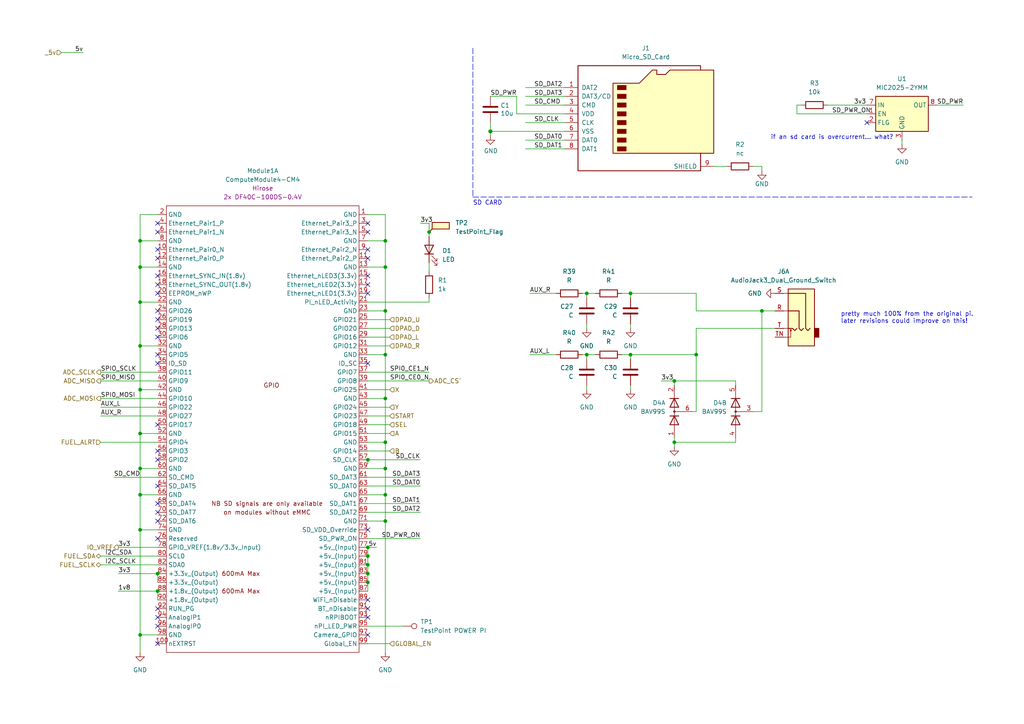
<source format=kicad_sch>
(kicad_sch (version 20211123) (generator eeschema)
  (paper "A4")
  (title_block (date "2022-04-23") (rev "Rev1-Pre") (comment 1 "https://github.com/cinnamondev/gamepithing"))
  (lib_symbols
    (symbol "CM4IO:ComputeModule4-CM4"
      (property "Reference" "Module" (at 113.03 -68.58 0))
      (property "Value" "ComputeModule4-CM4" (at 140.97 2.54 0))
      (property "Field4" "Hirose" (at 0 0 0))
      (property "Field5" "2x DF40C-100DS-0.4V" (at 0 -2.54 0))
      (symbol "ComputeModule4-CM4_1_0"
        (text "GPIO" (at 0 6.35 0) (effects (font (size 1.27 1.27))))
      )
      (symbol "ComputeModule4-CM4_1_1"
        (rectangle (start -30.48 -71.12) (end 25.4 58.42))
        (text "600mA Max" (at -8.89 -53.34 0) (effects (font (size 1.27 1.27))))
        (text "600mA Max" (at -8.89 -48.26 0) (effects (font (size 1.27 1.27))))
        (text "NB SD signals are only available" (at -1.27 -27.94 0) (effects (font (size 1.27 1.27))))
        (text "on modules without eMMC" (at -1.27 -30.48 0) (effects (font (size 1.27 1.27))))
        (pin power_in line (at 27.94 55.88 180) (length 2.54) (name "GND") (number "1"))
        (pin passive line (at -33.02 45.72 0) (length 2.54) (name "Ethernet_Pair0_N") (number "10"))
        (pin output line (at -33.02 -68.58 0) (length 2.54) (name "nEXTRST") (number "100"))
        (pin passive line (at 27.94 43.18 180) (length 2.54) (name "Ethernet_Pair2_P") (number "11"))
        (pin passive line (at -33.02 43.18 0) (length 2.54) (name "Ethernet_Pair0_P") (number "12"))
        (pin power_in line (at 27.94 40.64 180) (length 2.54) (name "GND") (number "13"))
        (pin power_in line (at -33.02 40.64 0) (length 2.54) (name "GND") (number "14"))
        (pin output line (at 27.94 38.1 180) (length 2.54) (name "Ethernet_nLED3(3.3v)") (number "15"))
        (pin input line (at -33.02 38.1 0) (length 2.54) (name "Ethernet_SYNC_IN(1.8v)") (number "16"))
        (pin output line (at 27.94 35.56 180) (length 2.54) (name "Ethernet_nLED2(3.3v)") (number "17"))
        (pin input line (at -33.02 35.56 0) (length 2.54) (name "Ethernet_SYNC_OUT(1.8v)") (number "18"))
        (pin output line (at 27.94 33.02 180) (length 2.54) (name "Ethernet_nLED1(3.3v)") (number "19"))
        (pin power_in line (at -33.02 55.88 0) (length 2.54) (name "GND") (number "2"))
        (pin passive line (at -33.02 33.02 0) (length 2.54) (name "EEPROM_nWP") (number "20"))
        (pin open_collector line (at 27.94 30.48 180) (length 2.54) (name "PI_nLED_Activity") (number "21"))
        (pin power_in line (at -33.02 30.48 0) (length 2.54) (name "GND") (number "22"))
        (pin power_in line (at 27.94 27.94 180) (length 2.54) (name "GND") (number "23"))
        (pin passive line (at -33.02 27.94 0) (length 2.54) (name "GPIO26") (number "24"))
        (pin passive line (at 27.94 25.4 180) (length 2.54) (name "GPIO21") (number "25"))
        (pin passive line (at -33.02 25.4 0) (length 2.54) (name "GPIO19") (number "26"))
        (pin passive line (at 27.94 22.86 180) (length 2.54) (name "GPIO20") (number "27"))
        (pin passive line (at -33.02 22.86 0) (length 2.54) (name "GPIO13") (number "28"))
        (pin passive line (at 27.94 20.32 180) (length 2.54) (name "GPIO16") (number "29"))
        (pin passive line (at 27.94 53.34 180) (length 2.54) (name "Ethernet_Pair3_P") (number "3"))
        (pin passive line (at -33.02 20.32 0) (length 2.54) (name "GPIO6") (number "30"))
        (pin passive line (at 27.94 17.78 180) (length 2.54) (name "GPIO12") (number "31"))
        (pin power_in line (at -33.02 17.78 0) (length 2.54) (name "GND") (number "32"))
        (pin power_in line (at 27.94 15.24 180) (length 2.54) (name "GND") (number "33"))
        (pin passive line (at -33.02 15.24 0) (length 2.54) (name "GPIO5") (number "34"))
        (pin passive line (at 27.94 12.7 180) (length 2.54) (name "ID_SC") (number "35"))
        (pin passive line (at -33.02 12.7 0) (length 2.54) (name "ID_SD") (number "36"))
        (pin passive line (at 27.94 10.16 180) (length 2.54) (name "GPIO7") (number "37"))
        (pin passive line (at -33.02 10.16 0) (length 2.54) (name "GPIO11") (number "38"))
        (pin passive line (at 27.94 7.62 180) (length 2.54) (name "GPIO8") (number "39"))
        (pin passive line (at -33.02 53.34 0) (length 2.54) (name "Ethernet_Pair1_P") (number "4"))
        (pin passive line (at -33.02 7.62 0) (length 2.54) (name "GPIO9") (number "40"))
        (pin passive line (at 27.94 5.08 180) (length 2.54) (name "GPIO25") (number "41"))
        (pin power_in line (at -33.02 5.08 0) (length 2.54) (name "GND") (number "42"))
        (pin power_in line (at 27.94 2.54 180) (length 2.54) (name "GND") (number "43"))
        (pin passive line (at -33.02 2.54 0) (length 2.54) (name "GPIO10") (number "44"))
        (pin passive line (at 27.94 0 180) (length 2.54) (name "GPIO24") (number "45"))
        (pin passive line (at -33.02 0 0) (length 2.54) (name "GPIO22") (number "46"))
        (pin passive line (at 27.94 -2.54 180) (length 2.54) (name "GPIO23") (number "47"))
        (pin passive line (at -33.02 -2.54 0) (length 2.54) (name "GPIO27") (number "48"))
        (pin passive line (at 27.94 -5.08 180) (length 2.54) (name "GPIO18") (number "49"))
        (pin passive line (at 27.94 50.8 180) (length 2.54) (name "Ethernet_Pair3_N") (number "5"))
        (pin passive line (at -33.02 -5.08 0) (length 2.54) (name "GPIO17") (number "50"))
        (pin passive line (at 27.94 -7.62 180) (length 2.54) (name "GPIO15") (number "51"))
        (pin power_in line (at -33.02 -7.62 0) (length 2.54) (name "GND") (number "52"))
        (pin power_in line (at 27.94 -10.16 180) (length 2.54) (name "GND") (number "53"))
        (pin passive line (at -33.02 -10.16 0) (length 2.54) (name "GPIO4") (number "54"))
        (pin passive line (at 27.94 -12.7 180) (length 2.54) (name "GPIO14") (number "55"))
        (pin passive line (at -33.02 -12.7 0) (length 2.54) (name "GPIO3") (number "56"))
        (pin passive line (at 27.94 -15.24 180) (length 2.54) (name "SD_CLK") (number "57"))
        (pin passive line (at -33.02 -15.24 0) (length 2.54) (name "GPIO2") (number "58"))
        (pin power_in line (at 27.94 -17.78 180) (length 2.54) (name "GND") (number "59"))
        (pin passive line (at -33.02 50.8 0) (length 2.54) (name "Ethernet_Pair1_N") (number "6"))
        (pin power_in line (at -33.02 -17.78 0) (length 2.54) (name "GND") (number "60"))
        (pin passive line (at 27.94 -20.32 180) (length 2.54) (name "SD_DAT3") (number "61"))
        (pin passive line (at -33.02 -20.32 0) (length 2.54) (name "SD_CMD") (number "62"))
        (pin passive line (at 27.94 -22.86 180) (length 2.54) (name "SD_DAT0") (number "63"))
        (pin passive line (at -33.02 -22.86 0) (length 2.54) (name "SD_DAT5") (number "64"))
        (pin power_in line (at 27.94 -25.4 180) (length 2.54) (name "GND") (number "65"))
        (pin power_in line (at -33.02 -25.4 0) (length 2.54) (name "GND") (number "66"))
        (pin passive line (at 27.94 -27.94 180) (length 2.54) (name "SD_DAT1") (number "67"))
        (pin passive line (at -33.02 -27.94 0) (length 2.54) (name "SD_DAT4") (number "68"))
        (pin passive line (at 27.94 -30.48 180) (length 2.54) (name "SD_DAT2") (number "69"))
        (pin power_in line (at 27.94 48.26 180) (length 2.54) (name "GND") (number "7"))
        (pin passive line (at -33.02 -30.48 0) (length 2.54) (name "SD_DAT7") (number "70"))
        (pin power_in line (at 27.94 -33.02 180) (length 2.54) (name "GND") (number "71"))
        (pin passive line (at -33.02 -33.02 0) (length 2.54) (name "SD_DAT6") (number "72"))
        (pin input line (at 27.94 -35.56 180) (length 2.54) (name "SD_VDD_Override") (number "73"))
        (pin power_in line (at -33.02 -35.56 0) (length 2.54) (name "GND") (number "74"))
        (pin output line (at 27.94 -38.1 180) (length 2.54) (name "SD_PWR_ON") (number "75"))
        (pin passive line (at -33.02 -38.1 0) (length 2.54) (name "Reserved") (number "76"))
        (pin power_in line (at 27.94 -40.64 180) (length 2.54) (name "+5v_(Input)") (number "77"))
        (pin power_in line (at -33.02 -40.64 0) (length 2.54) (name "GPIO_VREF(1.8v/3.3v_Input)") (number "78"))
        (pin power_in line (at 27.94 -43.18 180) (length 2.54) (name "+5v_(Input)") (number "79"))
        (pin power_in line (at -33.02 48.26 0) (length 2.54) (name "GND") (number "8"))
        (pin passive line (at -33.02 -43.18 0) (length 2.54) (name "SCL0") (number "80"))
        (pin power_in line (at 27.94 -45.72 180) (length 2.54) (name "+5v_(Input)") (number "81"))
        (pin passive line (at -33.02 -45.72 0) (length 2.54) (name "SDA0") (number "82"))
        (pin power_in line (at 27.94 -48.26 180) (length 2.54) (name "+5v_(Input)") (number "83"))
        (pin power_out line (at -33.02 -48.26 0) (length 2.54) (name "+3.3v_(Output)") (number "84"))
        (pin power_in line (at 27.94 -50.8 180) (length 2.54) (name "+5v_(Input)") (number "85"))
        (pin power_out line (at -33.02 -50.8 0) (length 2.54) (name "+3.3v_(Output)") (number "86"))
        (pin power_in line (at 27.94 -53.34 180) (length 2.54) (name "+5v_(Input)") (number "87"))
        (pin power_out line (at -33.02 -53.34 0) (length 2.54) (name "+1.8v_(Output)") (number "88"))
        (pin power_in line (at 27.94 -55.88 180) (length 2.54) (name "WiFi_nDisable") (number "89"))
        (pin passive line (at 27.94 45.72 180) (length 2.54) (name "Ethernet_Pair2_N") (number "9"))
        (pin power_out line (at -33.02 -55.88 0) (length 2.54) (name "+1.8v_(Output)") (number "90"))
        (pin power_in line (at 27.94 -58.42 180) (length 2.54) (name "BT_nDisable") (number "91"))
        (pin passive line (at -33.02 -58.42 0) (length 2.54) (name "RUN_PG") (number "92"))
        (pin input line (at 27.94 -60.96 180) (length 2.54) (name "nRPIBOOT") (number "93"))
        (pin passive line (at -33.02 -60.96 0) (length 2.54) (name "AnalogIP1") (number "94"))
        (pin output line (at 27.94 -63.5 180) (length 2.54) (name "nPI_LED_PWR") (number "95"))
        (pin passive line (at -33.02 -63.5 0) (length 2.54) (name "AnalogIP0") (number "96"))
        (pin passive line (at 27.94 -66.04 180) (length 2.54) (name "Camera_GPIO") (number "97"))
        (pin power_in line (at -33.02 -66.04 0) (length 2.54) (name "GND") (number "98"))
        (pin input line (at 27.94 -68.58 180) (length 2.54) (name "Global_EN") (number "99"))
      )
      (symbol "ComputeModule4-CM4_2_1"
        (rectangle (start 114.3 -66.04) (end 165.1 63.5))
        (text "High Speed Serial" (at 140.97 0 0) (effects (font (size 1.27 1.27))))
        (pin input line (at 170.18 60.96 180) (length 5.08) (name "USB_OTG_ID") (number "101"))
        (pin input line (at 109.22 60.96 0) (length 5.08) (name "PCIe_CLK_nREQ") (number "102"))
        (pin passive line (at 170.18 58.42 180) (length 5.08) (name "USB2_N") (number "103"))
        (pin passive line (at 109.22 58.42 0) (length 5.08) (name "Reserved") (number "104"))
        (pin passive line (at 170.18 55.88 180) (length 5.08) (name "USB2_P") (number "105"))
        (pin passive line (at 109.22 55.88 0) (length 5.08) (name "Reserved") (number "106"))
        (pin power_in line (at 170.18 53.34 180) (length 5.08) (name "GND") (number "107"))
        (pin power_in line (at 109.22 53.34 0) (length 5.08) (name "GND") (number "108"))
        (pin bidirectional line (at 170.18 50.8 180) (length 5.08) (name "PCIe_nRST") (number "109"))
        (pin output line (at 109.22 50.8 0) (length 5.08) (name "PCIe_CLK_P") (number "110"))
        (pin passive line (at 170.18 48.26 180) (length 5.08) (name "VDAC_COMP") (number "111"))
        (pin output line (at 109.22 48.26 0) (length 5.08) (name "PCIe_CLK_N") (number "112"))
        (pin power_in line (at 170.18 45.72 180) (length 5.08) (name "GND") (number "113"))
        (pin power_in line (at 109.22 45.72 0) (length 5.08) (name "GND") (number "114"))
        (pin input line (at 170.18 43.18 180) (length 5.08) (name "CAM1_D0_N") (number "115"))
        (pin input line (at 109.22 43.18 0) (length 5.08) (name "PCIe_RX_P") (number "116"))
        (pin input line (at 170.18 40.64 180) (length 5.08) (name "CAM1_D0_P") (number "117"))
        (pin input line (at 109.22 40.64 0) (length 5.08) (name "PCIe_RX_N") (number "118"))
        (pin power_in line (at 170.18 38.1 180) (length 5.08) (name "GND") (number "119"))
        (pin power_in line (at 109.22 38.1 0) (length 5.08) (name "GND") (number "120"))
        (pin input line (at 170.18 35.56 180) (length 5.08) (name "CAM1_D1_N") (number "121"))
        (pin output line (at 109.22 35.56 0) (length 5.08) (name "PCIe_TX_P") (number "122"))
        (pin input line (at 170.18 33.02 180) (length 5.08) (name "CAM1_D1_P") (number "123"))
        (pin output line (at 109.22 33.02 0) (length 5.08) (name "PCIe_TX_N") (number "124"))
        (pin power_in line (at 170.18 30.48 180) (length 5.08) (name "GND") (number "125"))
        (pin power_in line (at 109.22 30.48 0) (length 5.08) (name "GND") (number "126"))
        (pin input line (at 170.18 27.94 180) (length 5.08) (name "CAM1_C_N") (number "127"))
        (pin input line (at 109.22 27.94 0) (length 5.08) (name "CAM0_D0_N") (number "128"))
        (pin input line (at 170.18 25.4 180) (length 5.08) (name "CAM1_C_P") (number "129"))
        (pin input line (at 109.22 25.4 0) (length 5.08) (name "CAM0_D0_P") (number "130"))
        (pin power_in line (at 170.18 22.86 180) (length 5.08) (name "GND") (number "131"))
        (pin power_in line (at 109.22 22.86 0) (length 5.08) (name "GND") (number "132"))
        (pin input line (at 170.18 20.32 180) (length 5.08) (name "CAM1_D2_N") (number "133"))
        (pin input line (at 109.22 20.32 0) (length 5.08) (name "CAM0_D1_N") (number "134"))
        (pin input line (at 170.18 17.78 180) (length 5.08) (name "CAM1_D2_P") (number "135"))
        (pin input line (at 109.22 17.78 0) (length 5.08) (name "CAM0_D1_P") (number "136"))
        (pin power_in line (at 170.18 15.24 180) (length 5.08) (name "GND") (number "137"))
        (pin power_in line (at 109.22 15.24 0) (length 5.08) (name "GND") (number "138"))
        (pin input line (at 170.18 12.7 180) (length 5.08) (name "CAM1_D3_N") (number "139"))
        (pin input line (at 109.22 12.7 0) (length 5.08) (name "CAM0_C_N") (number "140"))
        (pin input line (at 170.18 10.16 180) (length 5.08) (name "CAM1_D3_P") (number "141"))
        (pin input line (at 109.22 10.16 0) (length 5.08) (name "CAM0_C_P") (number "142"))
        (pin input line (at 170.18 7.62 180) (length 5.08) (name "HDMI1_HOTPLUG") (number "143"))
        (pin power_in line (at 109.22 7.62 0) (length 5.08) (name "GND") (number "144"))
        (pin bidirectional line (at 170.18 5.08 180) (length 5.08) (name "HDMI1_SDA") (number "145"))
        (pin output line (at 109.22 5.08 0) (length 5.08) (name "HDMI1_TX2_P") (number "146"))
        (pin open_collector line (at 170.18 2.54 180) (length 5.08) (name "HDMI1_SCL") (number "147"))
        (pin output line (at 109.22 2.54 0) (length 5.08) (name "HDMI1_TX2_N") (number "148"))
        (pin open_collector line (at 170.18 0 180) (length 5.08) (name "HDMI1_CEC") (number "149"))
        (pin power_in line (at 109.22 0 0) (length 5.08) (name "GND") (number "150"))
        (pin open_collector line (at 170.18 -2.54 180) (length 5.08) (name "HDMI0_CEC") (number "151"))
        (pin output line (at 109.22 -2.54 0) (length 5.08) (name "HDMI1_TX1_P") (number "152"))
        (pin input line (at 170.18 -5.08 180) (length 5.08) (name "HDMI0_HOTPLUG") (number "153"))
        (pin output line (at 109.22 -5.08 0) (length 5.08) (name "HDMI1_TX1_N") (number "154"))
        (pin power_in line (at 170.18 -7.62 180) (length 5.08) (name "GND") (number "155"))
        (pin power_in line (at 109.22 -7.62 0) (length 5.08) (name "GND") (number "156"))
        (pin output line (at 170.18 -10.16 180) (length 5.08) (name "DSI0_D0_N") (number "157"))
        (pin output line (at 109.22 -10.16 0) (length 5.08) (name "HDMI1_TX0_P") (number "158"))
        (pin output line (at 170.18 -12.7 180) (length 5.08) (name "DSI0_D0_P") (number "159"))
        (pin output line (at 109.22 -12.7 0) (length 5.08) (name "HDMI1_TX0_N") (number "160"))
        (pin power_in line (at 170.18 -15.24 180) (length 5.08) (name "GND") (number "161"))
        (pin power_in line (at 109.22 -15.24 0) (length 5.08) (name "GND") (number "162"))
        (pin output line (at 170.18 -17.78 180) (length 5.08) (name "DSI0_D1_N") (number "163"))
        (pin output line (at 109.22 -17.78 0) (length 5.08) (name "HDMI1_CLK_P") (number "164"))
        (pin output line (at 170.18 -20.32 180) (length 5.08) (name "DSI0_D1_P") (number "165"))
        (pin output line (at 109.22 -20.32 0) (length 5.08) (name "HDMI1_CLK_N") (number "166"))
        (pin power_in line (at 170.18 -22.86 180) (length 5.08) (name "GND") (number "167"))
        (pin power_in line (at 109.22 -22.86 0) (length 5.08) (name "GND") (number "168"))
        (pin output line (at 170.18 -25.4 180) (length 5.08) (name "DSI0_C_N") (number "169"))
        (pin output line (at 109.22 -25.4 0) (length 5.08) (name "HDMI0_TX2_P") (number "170"))
        (pin output line (at 170.18 -27.94 180) (length 5.08) (name "DSI0_C_P") (number "171"))
        (pin output line (at 109.22 -27.94 0) (length 5.08) (name "HDMI0_TX2_N") (number "172"))
        (pin power_in line (at 170.18 -30.48 180) (length 5.08) (name "GND") (number "173"))
        (pin power_in line (at 109.22 -30.48 0) (length 5.08) (name "GND") (number "174"))
        (pin output line (at 170.18 -33.02 180) (length 5.08) (name "DSI1_D0_N") (number "175"))
        (pin output line (at 109.22 -33.02 0) (length 5.08) (name "HDMI0_TX1_P") (number "176"))
        (pin output line (at 170.18 -35.56 180) (length 5.08) (name "DSI1_D0_P") (number "177"))
        (pin output line (at 109.22 -35.56 0) (length 5.08) (name "HDMI0_TX1_N") (number "178"))
        (pin power_in line (at 170.18 -38.1 180) (length 5.08) (name "GND") (number "179"))
        (pin power_in line (at 109.22 -38.1 0) (length 5.08) (name "GND") (number "180"))
        (pin output line (at 170.18 -40.64 180) (length 5.08) (name "DSI1_D1_N") (number "181"))
        (pin output line (at 109.22 -40.64 0) (length 5.08) (name "HDMI0_TX0_P") (number "182"))
        (pin output line (at 170.18 -43.18 180) (length 5.08) (name "DSI1_D1_P") (number "183"))
        (pin output line (at 109.22 -43.18 0) (length 5.08) (name "HDMI0_TX0_N") (number "184"))
        (pin power_in line (at 170.18 -45.72 180) (length 5.08) (name "GND") (number "185"))
        (pin power_in line (at 109.22 -45.72 0) (length 5.08) (name "GND") (number "186"))
        (pin output line (at 170.18 -48.26 180) (length 5.08) (name "DSI1_C_N") (number "187"))
        (pin output line (at 109.22 -48.26 0) (length 5.08) (name "HDMI0_CLK_P") (number "188"))
        (pin output line (at 170.18 -50.8 180) (length 5.08) (name "DSI1_C_P") (number "189"))
        (pin output line (at 109.22 -50.8 0) (length 5.08) (name "HDMI0_CLK_N") (number "190"))
        (pin power_in line (at 170.18 -53.34 180) (length 5.08) (name "GND") (number "191"))
        (pin power_in line (at 109.22 -53.34 0) (length 5.08) (name "GND") (number "192"))
        (pin output line (at 170.18 -55.88 180) (length 5.08) (name "DSI1_D2_N") (number "193"))
        (pin output line (at 109.22 -55.88 0) (length 5.08) (name "DSI1_D3_N") (number "194"))
        (pin output line (at 170.18 -58.42 180) (length 5.08) (name "DSI1_D2_P") (number "195"))
        (pin output line (at 109.22 -58.42 0) (length 5.08) (name "DSI1_D3_P") (number "196"))
        (pin power_in line (at 170.18 -60.96 180) (length 5.08) (name "GND") (number "197"))
        (pin power_in line (at 109.22 -60.96 0) (length 5.08) (name "GND") (number "198"))
        (pin bidirectional line (at 170.18 -63.5 180) (length 5.08) (name "HDMI0_SDA") (number "199"))
        (pin open_collector line (at 109.22 -63.5 0) (length 5.08) (name "HDMI0_SCL") (number "200"))
      )
    )
    (symbol "Connector:AudioJack3_Dual_Ground_Switch"
      (property "Reference" "J6" (at 2.6035 11.43 0))
      (property "Value" "AudioJack3_Dual_Ground_Switch" (at 2.6035 8.89 0))
      (symbol "AudioJack3_Dual_Ground_Switch_0_1"
        (rectangle (start -6.35 -5.08) (end -7.62 -7.62) (stroke (width 0.254)) (fill (type outline)))
        (polyline (pts (xy 0.508 -5.334) (xy 0.762 -5.842)))
        (polyline (pts (xy 1.27 0) (xy 2.54 0)))
        (polyline (pts (xy 2.54 -5.08) (xy 1.27 -5.08)))
        (polyline (pts (xy 2.54 5.08) (xy 1.27 5.08)))
        (polyline (pts (xy -1.27 -5.08) (xy -0.635 -5.715) (xy 0 -5.08) (xy 1.27 -5.08)) (stroke (width 0.254)))
        (polyline (pts (xy 2.54 -7.62) (xy 0.508 -7.62) (xy 0.508 -5.334) (xy 0.254 -5.842)))
        (polyline (pts (xy -3.175 -5.08) (xy -2.54 -5.715) (xy -1.905 -5.08) (xy -1.905 0) (xy 1.27 0)) (stroke (width 0.254)))
        (polyline (pts (xy 1.27 5.08) (xy -3.81 5.08) (xy -3.81 -5.08) (xy -4.445 -5.715) (xy -5.08 -5.08)) (stroke (width 0.254)))
        (rectangle (start 1.27 6.35) (end -6.35 -10.16) (stroke (width 0.254)) (fill (type background)))
      )
      (symbol "AudioJack3_Dual_Ground_Switch_1_1"
        (pin passive line (at 5.08 0 180) (length 2.54) (name "~") (number "R"))
        (pin passive line (at 5.08 5.08 180) (length 2.54) (name "~") (number "S"))
        (pin passive line (at 5.08 -5.08 180) (length 2.54) (name "~") (number "T"))
        (pin passive line (at 5.08 -7.62 180) (length 2.54) (name "~") (number "TN"))
      )
      (symbol "AudioJack3_Dual_Ground_Switch_2_1"
        (pin passive line (at 5.08 0 180) (length 2.54) (name "~") (number "R2"))
        (pin passive line (at 5.08 5.08 180) (length 2.54) (name "~") (number "S2"))
        (pin passive line (at 5.08 -5.08 180) (length 2.54) (name "~") (number "T2"))
        (pin passive line (at 5.08 -7.62 180) (length 2.54) (name "~") (number "TN2"))
      )
    )
    (symbol "Connector:Micro_SD_Card" (pin_names (offset 1.016))
      (property "Reference" "J" (at -16.51 15.24 0))
      (property "Value" "Micro_SD_Card" (at 16.51 15.24 0))
      (symbol "Micro_SD_Card_0_1"
        (rectangle (start -7.62 -9.525) (end -5.08 -10.795) (fill (type outline)))
        (rectangle (start -7.62 -6.985) (end -5.08 -8.255) (fill (type outline)))
        (rectangle (start -7.62 -4.445) (end -5.08 -5.715) (fill (type outline)))
        (rectangle (start -7.62 -1.905) (end -5.08 -3.175) (fill (type outline)))
        (rectangle (start -7.62 0.635) (end -5.08 -0.635) (fill (type outline)))
        (rectangle (start -7.62 3.175) (end -5.08 1.905) (fill (type outline)))
        (rectangle (start -7.62 5.715) (end -5.08 4.445) (fill (type outline)))
        (rectangle (start -7.62 8.255) (end -5.08 6.985) (fill (type outline)))
        (polyline (pts (xy 16.51 12.7) (xy 16.51 13.97) (xy -19.05 13.97) (xy -19.05 -16.51) (xy 16.51 -16.51) (xy 16.51 -11.43)) (stroke (width 0.254)))
        (polyline (pts (xy -8.89 -11.43) (xy -8.89 8.89) (xy -1.27 8.89) (xy 2.54 12.7) (xy 3.81 12.7) (xy 3.81 11.43) (xy 6.35 11.43) (xy 7.62 12.7) (xy 20.32 12.7) (xy 20.32 -11.43) (xy -8.89 -11.43)) (stroke (width 0.254)) (fill (type background)))
      )
      (symbol "Micro_SD_Card_1_1"
        (pin bidirectional line (at -22.86 7.62 0) (length 3.81) (name "DAT2") (number "1"))
        (pin bidirectional line (at -22.86 5.08 0) (length 3.81) (name "DAT3/CD") (number "2"))
        (pin input line (at -22.86 2.54 0) (length 3.81) (name "CMD") (number "3"))
        (pin power_in line (at -22.86 0 0) (length 3.81) (name "VDD") (number "4"))
        (pin input line (at -22.86 -2.54 0) (length 3.81) (name "CLK") (number "5"))
        (pin power_in line (at -22.86 -5.08 0) (length 3.81) (name "VSS") (number "6"))
        (pin bidirectional line (at -22.86 -7.62 0) (length 3.81) (name "DAT0") (number "7"))
        (pin bidirectional line (at -22.86 -10.16 0) (length 3.81) (name "DAT1") (number "8"))
        (pin passive line (at 20.32 -15.24 180) (length 3.81) (name "SHIELD") (number "9"))
      )
    )
    (symbol "Connector:TestPoint" (pin_numbers hide) (pin_names (offset 0.762) hide)
      (property "Reference" "TP" (at 0 6.858 0))
      (property "Value" "TestPoint" (at 0 5.08 0))
      (symbol "TestPoint_0_1"
        (circle (center 0 3.302) (radius 0.762))
      )
      (symbol "TestPoint_1_1"
        (pin passive line (at 0 0 90) (length 2.54) (name "1") (number "1"))
      )
    )
    (symbol "Connector:TestPoint_Flag" (pin_numbers hide) (pin_names (offset 0.762) hide)
      (property "Reference" "TP" (at 3.429 1.778 0))
      (property "Value" "TestPoint_Flag" (at 3.302 4.191 0))
      (symbol "TestPoint_Flag_0_1"
        (polyline (pts (xy 0 0) (xy 0.889 0.889)) (stroke (width 0.254)))
        (rectangle (start 0.889 2.794) (end 5.842 0.889) (stroke (width 0.254)) (fill (type background)))
      )
      (symbol "TestPoint_Flag_1_1"
        (pin passive line (at 0 0 90) (length 0) (name "1") (number "1"))
      )
    )
    (symbol "Device:C" (pin_numbers hide) (pin_names (offset 0.254))
      (property "Reference" "C" (at 0.635 2.54 0))
      (property "Value" "C" (at 0.635 -2.54 0))
      (symbol "C_0_1"
        (polyline (pts (xy -2.032 -0.762) (xy 2.032 -0.762)) (stroke (width 0.508)))
        (polyline (pts (xy -2.032 0.762) (xy 2.032 0.762)) (stroke (width 0.508)))
      )
      (symbol "C_1_1"
        (pin passive line (at 0 3.81 270) (length 2.794) (name "~") (number "1"))
        (pin passive line (at 0 -3.81 90) (length 2.794) (name "~") (number "2"))
      )
    )
    (symbol "Device:LED" (pin_numbers hide) (pin_names (offset 1.016) hide)
      (property "Reference" "D" (at 0 2.54 0))
      (property "Value" "LED" (at 0 -2.54 0))
      (symbol "LED_0_1"
        (polyline (pts (xy -1.27 -1.27) (xy -1.27 1.27)) (stroke (width 0.254)))
        (polyline (pts (xy -1.27 0) (xy 1.27 0)))
        (polyline (pts (xy 1.27 -1.27) (xy 1.27 1.27) (xy -1.27 0) (xy 1.27 -1.27)) (stroke (width 0.254)))
        (polyline (pts (xy -3.048 -0.762) (xy -4.572 -2.286) (xy -3.81 -2.286) (xy -4.572 -2.286) (xy -4.572 -1.524)))
        (polyline (pts (xy -1.778 -0.762) (xy -3.302 -2.286) (xy -2.54 -2.286) (xy -3.302 -2.286) (xy -3.302 -1.524)))
      )
      (symbol "LED_1_1"
        (pin passive line (at -3.81 0 0) (length 2.54) (name "K") (number "1"))
        (pin passive line (at 3.81 0 180) (length 2.54) (name "A") (number "2"))
      )
    )
    (symbol "Device:R" (pin_numbers hide) (pin_names (offset 0))
      (property "Reference" "R" (at 2.032 0 90))
      (property "Value" "R" (at 0 0 90))
      (symbol "R_0_1"
        (rectangle (start -1.016 -2.54) (end 1.016 2.54) (stroke (width 0.254)))
      )
      (symbol "R_1_1"
        (pin passive line (at 0 3.81 270) (length 1.27) (name "~") (number "1"))
        (pin passive line (at 0 -3.81 90) (length 1.27) (name "~") (number "2"))
      )
    )
    (symbol "Diode:BAV99S" (pin_names (offset 0.0254) hide)
      (property "Reference" "D" (at 0 2.54 0))
      (property "Value" "BAV99S" (at 0 5.08 0))
      (symbol "BAV99S_0_1"
        (polyline (pts (xy -5.08 0) (xy 5.08 0)))
        (polyline (pts (xy 0 0) (xy 0 -2.54)))
        (polyline (pts (xy -1.27 -1.27) (xy -1.27 1.27) (xy -1.27 1.27)) (stroke (width 0.254)))
        (polyline (pts (xy 3.81 1.27) (xy 3.81 -1.27) (xy 3.81 -1.27)) (stroke (width 0.254)))
        (polyline (pts (xy -3.81 1.27) (xy -1.27 0) (xy -3.81 -1.27) (xy -3.81 1.27) (xy -3.81 1.27) (xy -3.81 1.27)) (stroke (width 0.254)))
        (polyline (pts (xy 1.27 1.27) (xy 3.81 0) (xy 1.27 -1.27) (xy 1.27 1.27) (xy 1.27 1.27) (xy 1.27 1.27)) (stroke (width 0.254)))
        (circle (center 0 0) (radius 0.254) (fill (type outline)))
      )
      (symbol "BAV99S_1_1"
        (polyline (pts (xy 6.35 0) (xy 7.62 0)))
        (pin passive line (at -7.62 0 0) (length 2.54) (name "A1") (number "1"))
        (pin passive line (at 7.62 0 180) (length 2.54) (name "K2") (number "2"))
        (pin passive line (at 0 -5.08 90) (length 2.54) (name "K3A4") (number "6"))
      )
      (symbol "BAV99S_2_1"
        (polyline (pts (xy 6.35 0) (xy 7.62 0)))
        (pin passive line (at 0 -5.08 90) (length 2.54) (name "K1A2") (number "3"))
        (pin passive line (at -7.62 0 0) (length 2.54) (name "A3") (number "4"))
        (pin passive line (at 7.62 0 180) (length 2.54) (name "K4") (number "5"))
      )
    )
    (symbol "Power_Management:MIC2025-2YMM"
      (property "Reference" "U" (at -7.62 6.35 0))
      (property "Value" "MIC2025-2YMM" (at 15.24 6.35 0))
      (symbol "MIC2025-2YMM_0_1"
        (rectangle (start -7.62 5.08) (end 7.62 -5.08) (stroke (width 0.254)) (fill (type background)))
      )
      (symbol "MIC2025-2YMM_1_1"
        (pin input line (at -10.16 0 0) (length 2.54) (name "EN") (number "1"))
        (pin open_collector line (at -10.16 -2.54 0) (length 2.54) (name "FLG") (number "2"))
        (pin power_in line (at 0 -7.62 90) (length 2.54) (name "GND") (number "3"))
        (pin no_connect line (at 7.62 0 180) (length 2.54) hide (name "NC") (number "4"))
        (pin no_connect line (at 7.62 -2.54 180) (length 2.54) hide (name "NC") (number "5"))
        (pin passive line (at 10.16 2.54 180) (length 2.54) hide (name "OUT") (number "6"))
        (pin power_in line (at -10.16 2.54 0) (length 2.54) (name "IN") (number "7"))
        (pin power_out line (at 10.16 2.54 180) (length 2.54) (name "OUT") (number "8"))
      )
    )
    (symbol "power:GND" (power) (pin_names (offset 0))
      (property "Value" "GND" (at 0 -3.81 0))
      (symbol "GND_0_1"
        (polyline (pts (xy 0 0) (xy 0 -1.27) (xy 1.27 -1.27) (xy 0 -2.54) (xy -1.27 -1.27) (xy 0 -1.27)))
      )
      (symbol "GND_1_1"
        (pin power_in line (at 0 0 270) (length 0) hide (name "GND") (number "1"))
      )
    )
  )
  (junction (at 111.76 102.87))
  (junction (at 201.93 102.87))
  (junction (at 182.88 102.87))
  (junction (at 40.64 135.89))
  (junction (at 40.64 87.63))
  (junction (at 40.64 100.33))
  (junction (at 170.18 102.87))
  (junction (at 111.76 143.51))
  (junction (at 170.18 85.09))
  (junction (at 111.76 151.13))
  (junction (at 220.98 90.17))
  (junction (at 111.76 115.57))
  (junction (at 106.68 133.35))
  (junction (at 40.64 125.73))
  (junction (at 142.24 38.1) (diameter 1.016))
  (junction (at 111.76 128.27))
  (junction (at 111.76 77.47))
  (junction (at 111.76 90.17))
  (junction (at 182.88 85.09))
  (junction (at 106.68 166.37))
  (junction (at 111.76 135.89))
  (junction (at 40.64 153.67))
  (junction (at 124.46 67.31))
  (junction (at 45.72 171.45))
  (junction (at 45.72 166.37))
  (junction (at 106.68 161.29))
  (junction (at 106.68 158.75))
  (junction (at 111.76 69.85))
  (junction (at 40.64 143.51))
  (junction (at 40.64 184.15))
  (junction (at 40.64 77.47))
  (junction (at 195.58 128.27))
  (junction (at 195.58 110.49))
  (junction (at 106.68 163.83))
  (junction (at 106.68 168.91))
  (junction (at 40.64 69.85))
  (junction (at 40.64 113.03))
  (no_connect (at 45.72 146.05))
  (no_connect (at 45.72 148.59))
  (no_connect (at 45.72 151.13))
  (no_connect (at 45.72 140.97))
  (no_connect (at 45.72 156.21))
  (no_connect (at 251.46 35.56))
  (no_connect (at 106.68 153.67))
  (no_connect (at 45.72 186.69))
  (no_connect (at 45.72 181.61))
  (no_connect (at 45.72 179.07))
  (no_connect (at 45.72 176.53))
  (no_connect (at 45.72 133.35))
  (no_connect (at 45.72 130.81))
  (no_connect (at 106.68 176.53))
  (no_connect (at 106.68 173.99))
  (no_connect (at 106.68 184.15))
  (no_connect (at 106.68 64.77))
  (no_connect (at 106.68 67.31))
  (no_connect (at 106.68 80.01))
  (no_connect (at 106.68 74.93))
  (no_connect (at 106.68 72.39))
  (no_connect (at 106.68 85.09))
  (no_connect (at 106.68 82.55))
  (no_connect (at 106.68 105.41))
  (no_connect (at 106.68 179.07))
  (no_connect (at 45.72 105.41))
  (no_connect (at 45.72 95.25))
  (no_connect (at 45.72 97.79))
  (no_connect (at 45.72 102.87))
  (no_connect (at 45.72 64.77))
  (no_connect (at 45.72 67.31))
  (no_connect (at 45.72 72.39))
  (no_connect (at 45.72 74.93))
  (no_connect (at 45.72 80.01))
  (no_connect (at 45.72 82.55))
  (no_connect (at 45.72 85.09))
  (no_connect (at 45.72 90.17))
  (no_connect (at 45.72 92.71))
  (no_connect (at 45.72 123.19))
  (wire (pts (xy 124.46 87.63) (xy 106.68 87.63)))
  (wire (pts (xy 232.41 30.48) (xy 231.14 30.48)))
  (wire (pts (xy 121.92 133.35) (xy 106.68 133.35)))
  (wire (pts (xy 201.93 102.87) (xy 201.93 95.25)))
  (wire (pts (xy 201.93 90.17) (xy 201.93 85.09)))
  (wire (pts (xy 182.88 85.09) (xy 180.34 85.09)))
  (wire (pts (xy 111.76 90.17) (xy 111.76 102.87)))
  (wire (pts (xy 106.68 120.65) (xy 113.03 120.65)))
  (wire (pts (xy 106.68 168.91) (xy 106.68 171.45)))
  (wire (pts (xy 106.68 158.75) (xy 106.68 161.29)))
  (wire (pts (xy 106.68 140.97) (xy 121.92 140.97)))
  (wire (pts (xy 172.72 102.87) (xy 170.18 102.87)))
  (wire (pts (xy 40.64 87.63) (xy 40.64 77.47)))
  (wire (pts (xy 40.64 153.67) (xy 40.64 143.51)))
  (wire (pts (xy 182.88 93.98) (xy 182.88 95.25)))
  (wire (pts (xy 111.76 62.23) (xy 111.76 69.85)))
  (wire (pts (xy 29.21 115.57) (xy 45.72 115.57)))
  (wire (pts (xy 29.21 128.27) (xy 45.72 128.27)))
  (wire (pts (xy 40.64 113.03) (xy 40.64 125.73)))
  (wire (pts (xy 111.76 151.13) (xy 106.68 151.13)))
  (wire (pts (xy 213.36 128.27) (xy 213.36 127)))
  (wire (pts (xy 111.76 69.85) (xy 111.76 77.47)))
  (wire (pts (xy 45.72 166.37) (xy 45.72 168.91)))
  (wire (pts (xy 153.67 85.09) (xy 161.29 85.09)))
  (wire (pts (xy 106.68 107.95) (xy 124.46 107.95)))
  (wire (pts (xy 195.58 127) (xy 195.58 128.27)))
  (wire (pts (xy 106.68 148.59) (xy 121.92 148.59)))
  (wire (pts (xy 106.68 128.27) (xy 111.76 128.27)))
  (wire (pts (xy 106.68 166.37) (xy 106.68 168.91)))
  (wire (pts (xy 142.24 38.1) (xy 142.24 39.37)))
  (wire (pts (xy 200.66 119.38) (xy 201.93 119.38)))
  (wire (pts (xy 195.58 110.49) (xy 195.58 111.76)))
  (wire (pts (xy 40.64 135.89) (xy 40.64 143.51)))
  (wire (pts (xy 224.79 90.17) (xy 220.98 90.17)))
  (polyline (pts (xy 137.16 13.97) (xy 137.16 57.15)))
  (wire (pts (xy 111.76 128.27) (xy 111.76 135.89)))
  (wire (pts (xy 124.46 67.31) (xy 124.46 68.58)))
  (wire (pts (xy 109.22 158.75) (xy 106.68 158.75)))
  (wire (pts (xy 195.58 110.49) (xy 213.36 110.49)))
  (wire (pts (xy 152.4 30.48) (xy 163.83 30.48)))
  (wire (pts (xy 111.76 189.23) (xy 111.76 151.13)))
  (wire (pts (xy 111.76 143.51) (xy 111.76 151.13)))
  (wire (pts (xy 106.68 118.11) (xy 113.03 118.11)))
  (wire (pts (xy 45.72 171.45) (xy 45.72 173.99)))
  (wire (pts (xy 220.98 48.26) (xy 220.98 49.53)))
  (wire (pts (xy 17.78 15.24) (xy 24.13 15.24)))
  (wire (pts (xy 191.77 110.49) (xy 195.58 110.49)))
  (wire (pts (xy 220.98 90.17) (xy 201.93 90.17)))
  (wire (pts (xy 106.68 115.57) (xy 111.76 115.57)))
  (wire (pts (xy 172.72 85.09) (xy 170.18 85.09)))
  (wire (pts (xy 106.68 102.87) (xy 111.76 102.87)))
  (wire (pts (xy 29.21 163.83) (xy 45.72 163.83)))
  (wire (pts (xy 142.24 27.94) (xy 149.86 27.94)))
  (wire (pts (xy 195.58 128.27) (xy 195.58 129.54)))
  (wire (pts (xy 163.83 27.94) (xy 152.4 27.94)))
  (wire (pts (xy 106.68 90.17) (xy 111.76 90.17)))
  (wire (pts (xy 182.88 102.87) (xy 182.88 104.14)))
  (wire (pts (xy 106.68 113.03) (xy 113.03 113.03)))
  (wire (pts (xy 182.88 111.76) (xy 182.88 113.03)))
  (wire (pts (xy 170.18 111.76) (xy 170.18 113.03)))
  (wire (pts (xy 40.64 77.47) (xy 45.72 77.47)))
  (wire (pts (xy 45.72 135.89) (xy 40.64 135.89)))
  (wire (pts (xy 40.64 153.67) (xy 45.72 153.67)))
  (wire (pts (xy 149.86 33.02) (xy 149.86 27.94)))
  (wire (pts (xy 182.88 102.87) (xy 201.93 102.87)))
  (wire (pts (xy 182.88 102.87) (xy 180.34 102.87)))
  (wire (pts (xy 207.01 48.26) (xy 210.82 48.26)))
  (wire (pts (xy 40.64 62.23) (xy 45.72 62.23)))
  (wire (pts (xy 201.93 95.25) (xy 224.79 95.25)))
  (wire (pts (xy 213.36 110.49) (xy 213.36 111.76)))
  (wire (pts (xy 106.68 123.19) (xy 113.03 123.19)))
  (wire (pts (xy 34.29 158.75) (xy 45.72 158.75)))
  (wire (pts (xy 33.02 138.43) (xy 45.72 138.43)))
  (wire (pts (xy 40.64 87.63) (xy 40.64 100.33)))
  (wire (pts (xy 142.24 35.56) (xy 142.24 38.1)))
  (wire (pts (xy 111.76 77.47) (xy 111.76 90.17)))
  (wire (pts (xy 240.03 30.48) (xy 251.46 30.48)))
  (wire (pts (xy 231.14 30.48) (xy 231.14 33.02)))
  (wire (pts (xy 106.68 95.25) (xy 113.03 95.25)))
  (wire (pts (xy 40.64 184.15) (xy 45.72 184.15)))
  (wire (pts (xy 111.76 135.89) (xy 111.76 143.51)))
  (wire (pts (xy 106.68 156.21) (xy 121.92 156.21)))
  (wire (pts (xy 106.68 186.69) (xy 113.03 186.69)))
  (wire (pts (xy 170.18 93.98) (xy 170.18 95.25)))
  (wire (pts (xy 261.62 40.64) (xy 261.62 41.91)))
  (wire (pts (xy 106.68 133.35) (xy 106.68 134.62)))
  (wire (pts (xy 106.68 135.89) (xy 111.76 135.89)))
  (wire (pts (xy 40.64 125.73) (xy 40.64 135.89)))
  (wire (pts (xy 106.68 110.49) (xy 124.46 110.49)))
  (wire (pts (xy 231.14 33.02) (xy 251.46 33.02)))
  (wire (pts (xy 40.64 69.85) (xy 40.64 62.23)))
  (wire (pts (xy 111.76 115.57) (xy 111.76 128.27)))
  (wire (pts (xy 29.21 118.11) (xy 45.72 118.11)))
  (wire (pts (xy 106.68 69.85) (xy 111.76 69.85)))
  (wire (pts (xy 201.93 102.87) (xy 201.93 119.38)))
  (wire (pts (xy 40.64 100.33) (xy 45.72 100.33)))
  (wire (pts (xy 182.88 85.09) (xy 182.88 86.36)))
  (wire (pts (xy 163.83 33.02) (xy 149.86 33.02)))
  (wire (pts (xy 182.88 85.09) (xy 201.93 85.09)))
  (wire (pts (xy 142.24 38.1) (xy 163.83 38.1)))
  (wire (pts (xy 40.64 189.23) (xy 40.64 184.15)))
  (wire (pts (xy 152.4 25.4) (xy 163.83 25.4)))
  (wire (pts (xy 34.29 166.37) (xy 45.72 166.37)))
  (wire (pts (xy 168.91 102.87) (xy 170.18 102.87)))
  (wire (pts (xy 106.68 163.83) (xy 106.68 166.37)))
  (wire (pts (xy 111.76 102.87) (xy 111.76 115.57)))
  (wire (pts (xy 124.46 86.36) (xy 124.46 87.63)))
  (wire (pts (xy 106.68 146.05) (xy 121.92 146.05)))
  (wire (pts (xy 40.64 100.33) (xy 40.64 113.03)))
  (wire (pts (xy 124.46 76.2) (xy 124.46 78.74)))
  (wire (pts (xy 170.18 102.87) (xy 170.18 104.14)))
  (wire (pts (xy 106.68 130.81) (xy 113.03 130.81)))
  (wire (pts (xy 106.68 138.43) (xy 121.92 138.43)))
  (wire (pts (xy 163.83 35.56) (xy 152.4 35.56)))
  (wire (pts (xy 29.21 120.65) (xy 45.72 120.65)))
  (wire (pts (xy 106.68 143.51) (xy 111.76 143.51)))
  (wire (pts (xy 153.67 102.87) (xy 161.29 102.87)))
  (wire (pts (xy 40.64 77.47) (xy 40.64 69.85)))
  (wire (pts (xy 106.68 181.61) (xy 116.84 181.61)))
  (wire (pts (xy 195.58 128.27) (xy 213.36 128.27)))
  (polyline (pts (xy 137.16 57.15) (xy 281.94 57.15)))
  (wire (pts (xy 168.91 85.09) (xy 170.18 85.09)))
  (wire (pts (xy 218.44 119.38) (xy 220.98 119.38)))
  (wire (pts (xy 271.78 30.48) (xy 279.4 30.48)))
  (wire (pts (xy 29.21 110.49) (xy 45.72 110.49)))
  (wire (pts (xy 40.64 125.73) (xy 45.72 125.73)))
  (wire (pts (xy 29.21 107.95) (xy 45.72 107.95)))
  (wire (pts (xy 34.29 171.45) (xy 45.72 171.45)))
  (wire (pts (xy 218.44 48.26) (xy 220.98 48.26)))
  (wire (pts (xy 29.21 161.29) (xy 45.72 161.29)))
  (wire (pts (xy 124.46 64.77) (xy 124.46 67.31)))
  (wire (pts (xy 106.68 92.71) (xy 113.03 92.71)))
  (wire (pts (xy 106.68 77.47) (xy 111.76 77.47)))
  (wire (pts (xy 170.18 85.09) (xy 170.18 86.36)))
  (wire (pts (xy 163.83 43.18) (xy 152.4 43.18)))
  (wire (pts (xy 40.64 184.15) (xy 40.64 153.67)))
  (wire (pts (xy 121.92 64.77) (xy 124.46 64.77)))
  (wire (pts (xy 40.64 143.51) (xy 45.72 143.51)))
  (wire (pts (xy 40.64 69.85) (xy 45.72 69.85)))
  (wire (pts (xy 40.64 87.63) (xy 45.72 87.63)))
  (wire (pts (xy 106.68 62.23) (xy 111.76 62.23)))
  (wire (pts (xy 106.68 161.29) (xy 106.68 163.83)))
  (wire (pts (xy 106.68 97.79) (xy 113.03 97.79)))
  (wire (pts (xy 220.98 90.17) (xy 220.98 119.38)))
  (wire (pts (xy 106.68 125.73) (xy 113.03 125.73)))
  (wire (pts (xy 106.68 100.33) (xy 113.03 100.33)))
  (wire (pts (xy 152.4 40.64) (xy 163.83 40.64)))
  (wire (pts (xy 40.64 113.03) (xy 45.72 113.03)))
  (text "if an sd card is overcurrent... what?" (at 223.52 40.64 0) (effects (font (size 1.27 1.27)) (justify left bottom)))
  (text "pretty much 100% from the original pi.\nlater revisions could improve on this!" (at 243.84 93.98 0) (effects (font (size 1.27 1.27)) (justify left bottom)))
  (text "SD CARD\n" (at 137.16 59.69 0) (effects (font (size 1.27 1.27)) (justify left bottom)))
  (label "AUX_L" (at 29.21 118.11 0))
  (label "3v3" (at 121.92 64.77 0))
  (label "SD_DAT0" (at 121.92 140.97 180))
  (label "3v3" (at 34.29 158.75 0))
  (label "5v" (at 24.13 15.24 180))
  (label "SD_PWR" (at 279.4 30.48 180))
  (label "3v3" (at 191.77 110.49 0))
  (label "SD_PWR" (at 142.24 27.94 0))
  (label "SD_DAT1" (at 154.94 43.18 0))
  (label "SPI0_MOSI" (at 29.21 115.57 0))
  (label "SD_DAT3" (at 154.94 27.94 0))
  (label "SD_DAT2" (at 154.94 25.4 0))
  (label "SD_DAT0" (at 154.94 40.64 0))
  (label "SPI0_CE1_N" (at 124.46 107.95 180))
  (label "SPIO_SCLK" (at 29.21 107.95 0))
  (label "1v8" (at 34.29 171.45 0))
  (label "SD_DAT3" (at 121.92 138.43 180))
  (label "3v3" (at 247.65 30.48 0))
  (label "5v" (at 109.22 158.75 180))
  (label "AUX_R" (at 29.21 120.65 0))
  (label "SPI0_MISO" (at 29.21 110.49 0))
  (label "SD_CMD" (at 154.94 30.48 0))
  (label "SD_CMD" (at 33.02 138.43 0))
  (label "3v3" (at 34.29 166.37 0))
  (label "SD_DAT1" (at 121.92 146.05 180))
  (label "SPI0_CE0_N" (at 124.46 110.49 180))
  (label "I2C_SDA" (at 30.48 161.29 0))
  (label "SD_CLK" (at 154.94 35.56 0))
  (label "AUX_R" (at 153.67 85.09 0))
  (label "I2C_SCLK" (at 30.48 163.83 0))
  (label "SD_CLK" (at 121.92 133.35 180))
  (label "SD_PWR_ON" (at 241.3 33.02 0))
  (label "SD_DAT2" (at 121.92 148.59 180))
  (label "SD_PWR_ON" (at 121.92 156.21 180))
  (label "AUX_L" (at 153.67 102.87 0))
  (hierarchical_label "ADC_SCLK" (shape output) (at 29.21 107.95 180))
  (hierarchical_label "FUEL_SDA" (shape bidirectional) (at 29.21 161.29 180))
  (hierarchical_label "B" (shape input) (at 113.03 130.81 0))
  (hierarchical_label "ADC_MISO" (shape output) (at 29.21 110.49 180))
  (hierarchical_label "ADC_MOSI" (shape output) (at 29.21 115.57 180))
  (hierarchical_label "A" (shape input) (at 113.03 125.73 0))
  (hierarchical_label "SEL" (shape input) (at 113.03 123.19 0))
  (hierarchical_label "X" (shape input) (at 113.03 113.03 0))
  (hierarchical_label "IO_VREF" (shape output) (at 34.29 158.75 180))
  (hierarchical_label "FUEL_ALRT" (shape input) (at 29.21 128.27 180))
  (hierarchical_label "FUEL_SCLK" (shape bidirectional) (at 29.21 163.83 180))
  (hierarchical_label "DPAD_R" (shape input) (at 113.03 100.33 0))
  (hierarchical_label "DPAD_D" (shape input) (at 113.03 95.25 0))
  (hierarchical_label "Y" (shape input) (at 113.03 118.11 0))
  (hierarchical_label "_5v" (shape input) (at 17.78 15.24 180))
  (hierarchical_label "GLOBAL_EN" (shape input) (at 113.03 186.69 0))
  (hierarchical_label "DPAD_L" (shape input) (at 113.03 97.79 0))
  (hierarchical_label "START" (shape input) (at 113.03 120.65 0))
  (hierarchical_label "ADC_CS'" (shape output) (at 124.46 110.49 0))
  (hierarchical_label "DPAD_U" (shape input) (at 113.03 92.71 0))
  (symbol (lib_id "Connector:TestPoint_Flag") (at 124.46 67.31 0) (unit 1)
    (property "Reference" "TP2" (at 132.08 64.6429 0) (effects (justify left)))
    (property "Value" "TestPoint_Flag" (at 132.08 67.1829 0) (effects (justify left)))
    (property "Footprint" "TestPoint:TestPoint_THTPad_1.0x1.0mm_Drill0.5mm" (effects hide))
  )
  (symbol (lib_id "Device:R") (at 214.63 48.26 90) (unit 1)
    (property "Reference" "R2" (at 214.63 41.91 90))
    (property "Value" "nc" (at 214.63 44.45 90))
    (property "Footprint" "Resistor_SMD:R_0805_2012Metric_Pad1.20x1.40mm_HandSolder" (effects hide))
  )
  (symbol (lib_id "power:GND") (at 182.88 113.03 0) (unit 1)
    (property "Reference" "#PWR046" (effects hide))
    (property "Value" "GND" (at 182.88 118.11 0))
  )
  (symbol (lib_id "power:GND") (at 170.18 95.25 0) (unit 1)
    (property "Reference" "#PWR043" (effects hide))
    (property "Value" "GND" (at 170.18 100.33 0))
  )
  (symbol (lib_id "Device:R") (at 176.53 85.09 270) (mirror x) (unit 1)
    (property "Reference" "R41" (at 176.53 78.74 90))
    (property "Value" "R" (at 176.53 81.28 90))
    (property "Footprint" "Resistor_SMD:R_0805_2012Metric_Pad1.20x1.40mm_HandSolder" (effects hide))
  )
  (symbol (lib_id "power:GND") (at 142.24 39.37 0) (unit 1)
    (property "Reference" "#PWR03" (effects hide))
    (property "Value" "GND" (at 142.367 43.7642 0))
  )
  (symbol (lib_id "Connector:AudioJack3_Dual_Ground_Switch") (at 229.87 90.17 0) (mirror y) (unit 1)
    (property "Reference" "J6" (at 227.2665 78.74 0))
    (property "Value" "AudioJack3_Dual_Ground_Switch" (at 227.2665 81.28 0))
    (property "Footprint" "Connector_Audio:Jack_3.5mm_CUI_SJ-3524-SMT_Horizontal" (effects hide))
  )
  (symbol (lib_id "power:GND") (at 170.18 113.03 0) (unit 1)
    (property "Reference" "#PWR044" (effects hide))
    (property "Value" "GND" (at 170.18 118.11 0))
  )
  (symbol (lib_id "Device:R") (at 176.53 102.87 270) (mirror x) (unit 1)
    (property "Reference" "R42" (at 176.53 96.52 90))
    (property "Value" "R" (at 176.53 99.06 90))
    (property "Footprint" "Resistor_SMD:R_0805_2012Metric_Pad1.20x1.40mm_HandSolder" (effects hide))
  )
  (symbol (lib_id "Device:R") (at 236.22 30.48 90) (unit 1)
    (property "Reference" "R3" (at 236.22 24.13 90))
    (property "Value" "10k" (at 236.22 26.67 90))
    (property "Footprint" "Resistor_SMD:R_0805_2012Metric_Pad1.20x1.40mm_HandSolder" (effects hide))
  )
  (symbol (lib_id "Device:R") (at 165.1 102.87 270) (mirror x) (unit 1)
    (property "Reference" "R40" (at 165.1 96.52 90))
    (property "Value" "R" (at 165.1 99.06 90))
    (property "Footprint" "Resistor_SMD:R_0805_2012Metric_Pad1.20x1.40mm_HandSolder" (effects hide))
  )
  (symbol (lib_id "Connector:Micro_SD_Card") (at 186.69 33.02 0) (unit 1)
    (property "Reference" "J1" (at 187.325 13.97 0))
    (property "Value" "Micro_SD_Card" (at 187.325 16.51 0))
    (property "Footprint" "CM4IO:GCT_MEM2067-02-180-00-A_REVB" (effects hide))
    (property "Datasheet" "https://www.mouser.co.uk/datasheet/2/837/MEM2067-2887310.pdf" (effects hide))
  )
  (symbol (lib_id "power:GND") (at 261.62 41.91 0) (unit 1)
    (property "Reference" "#PWR05" (effects hide))
    (property "Value" "GND" (at 261.62 46.99 0))
  )
  (symbol (lib_id "Device:C") (at 182.88 90.17 0) (mirror y) (unit 1)
    (property "Reference" "C29" (at 179.07 88.8999 0) (effects (justify left)))
    (property "Value" "C" (at 179.07 91.4399 0) (effects (justify left)))
    (property "Footprint" "Capacitor_SMD:C_0805_2012Metric_Pad1.18x1.45mm_HandSolder" (effects hide))
  )
  (symbol (lib_id "power:GND") (at 182.88 95.25 0) (unit 1)
    (property "Reference" "#PWR045" (effects hide))
    (property "Value" "GND" (at 182.88 100.33 0))
  )
  (symbol (lib_id "Connector:TestPoint") (at 116.84 181.61 270) (unit 1)
    (property "Reference" "TP1" (at 121.92 180.3399 90) (effects (justify left)))
    (property "Value" "TestPoint POWER PI" (at 121.92 182.8799 90) (effects (justify left)))
    (property "Footprint" "TestPoint:TestPoint_THTPad_1.0x1.0mm_Drill0.5mm" (effects hide))
  )
  (symbol (lib_id "power:GND") (at 224.79 85.09 270) (unit 1)
    (property "Reference" "#PWR048" (effects hide))
    (property "Value" "GND" (at 220.98 85.0899 90) (effects (justify right)))
  )
  (symbol (lib_id "power:GND") (at 111.76 189.23 0) (unit 1)
    (property "Reference" "#PWR02" (effects hide))
    (property "Value" "GND" (at 111.76 194.31 0))
  )
  (symbol (lib_id "Device:LED") (at 124.46 72.39 90) (unit 1)
    (property "Reference" "D1" (at 128.27 72.7074 90) (effects (justify right)))
    (property "Value" "LED" (at 128.27 75.2474 90) (effects (justify right)))
    (property "Footprint" "LED_SMD:LED_0805_2012Metric_Pad1.15x1.40mm_HandSolder" (effects hide))
    (property "Field4" "https://www.mouser.co.uk/ProductDetail/Wurth-Elektronik/150080GS75000?qs=2kOmHSv6VfQRoTEZVk1mGA%3D%3D" (effects hide))
  )
  (symbol (lib_id "Device:C") (at 170.18 90.17 0) (mirror y) (unit 1)
    (property "Reference" "C27" (at 166.37 88.8999 0) (effects (justify left)))
    (property "Value" "C" (at 166.37 91.4399 0) (effects (justify left)))
    (property "Footprint" "Capacitor_SMD:C_0805_2012Metric_Pad1.18x1.45mm_HandSolder" (effects hide))
  )
  (symbol (lib_id "power:GND") (at 40.64 189.23 0) (unit 1)
    (property "Reference" "#PWR01" (effects hide))
    (property "Value" "GND" (at 40.64 194.31 0))
  )
  (symbol (lib_id "Device:R") (at 165.1 85.09 270) (mirror x) (unit 1)
    (property "Reference" "R39" (at 165.1 78.74 90))
    (property "Value" "R" (at 165.1 81.28 90))
    (property "Footprint" "Resistor_SMD:R_0805_2012Metric_Pad1.20x1.40mm_HandSolder" (effects hide))
  )
  (symbol (lib_id "Device:C") (at 142.24 31.75 0) (unit 1)
    (property "Reference" "C1" (at 145.161 30.5816 0) (effects (justify left)))
    (property "Value" "10u" (at 145.161 32.893 0) (effects (justify left)))
    (property "Footprint" "Capacitor_SMD:C_0805_2012Metric_Pad1.18x1.45mm_HandSolder" (effects hide))
    (property "Datasheet" "https://search.murata.co.jp/Ceramy/image/img/A01X/G101/ENG/GRM21BR71A106KA73-01.pdf" (effects hide))
    (property "Field5" "490-14381-1-ND" (effects hide))
    (property "Field4" "Digikey" (effects hide))
    (property "Field6" "GRM21BR71A106KA73L" (effects hide))
    (property "Field7" "Murata" (effects hide))
    (property "Part Description" "	10uF 10% 10V Ceramic Capacitor X7R 0805 (2012 Metric)" (effects hide))
    (property "Field8" "111893011" (effects hide))
  )
  (symbol (lib_id "Device:C") (at 182.88 107.95 0) (mirror y) (unit 1)
    (property "Reference" "C30" (at 179.07 106.6799 0) (effects (justify left)))
    (property "Value" "C" (at 179.07 109.2199 0) (effects (justify left)))
    (property "Footprint" "Capacitor_SMD:C_0805_2012Metric_Pad1.18x1.45mm_HandSolder" (effects hide))
  )
  (symbol (lib_id "Diode:BAV99S") (at 195.58 119.38 90) (unit 1)
    (property "Reference" "D4" (at 193.04 116.8399 90) (effects (justify left)))
    (property "Value" "BAV99S" (at 193.04 119.3799 90) (effects (justify left)))
    (property "Footprint" "Package_TO_SOT_SMD:SOT-363_SC-70-6" (effects hide))
    (property "Datasheet" "https://assets.nexperia.com/documents/data-sheet/BAV99_SER.pdf" (effects hide))
  )
  (symbol (lib_id "power:GND") (at 195.58 129.54 0) (unit 1)
    (property "Reference" "#PWR047" (effects hide))
    (property "Value" "GND" (at 195.58 134.62 0))
  )
  (symbol (lib_id "Power_Management:MIC2025-2YMM") (at 261.62 33.02 0) (unit 1)
    (property "Reference" "U1" (at 261.62 22.86 0))
    (property "Value" "MIC2025-2YMM" (at 261.62 25.4 0))
    (property "Footprint" "Package_SO:MSOP-8_3x3mm_P0.65mm" (effects hide))
    (property "Datasheet" "https://ww1.microchip.com/downloads/en/DeviceDoc/MIC2025-2075-Single-Channel-Power-Distribution-Switch-DS20006030A.pdf" (effects hide))
  )
  (symbol (lib_id "Device:C") (at 170.18 107.95 0) (mirror y) (unit 1)
    (property "Reference" "C28" (at 166.37 106.6799 0) (effects (justify left)))
    (property "Value" "C" (at 166.37 109.2199 0) (effects (justify left)))
    (property "Footprint" "Capacitor_SMD:C_0805_2012Metric_Pad1.18x1.45mm_HandSolder" (effects hide))
  )
  (symbol (lib_id "Diode:BAV99S") (at 213.36 119.38 90) (unit 2)
    (property "Reference" "D4" (at 210.82 116.8399 90) (effects (justify left)))
    (property "Value" "BAV99S" (at 210.82 119.3799 90) (effects (justify left)))
    (property "Footprint" "Package_TO_SOT_SMD:SOT-363_SC-70-6" (effects hide))
    (property "Datasheet" "https://assets.nexperia.com/documents/data-sheet/BAV99_SER.pdf" (effects hide))
  )
  (symbol (lib_id "Device:R") (at 124.46 82.55 0) (unit 1)
    (property "Reference" "R1" (at 127 81.2799 0) (effects (justify left)))
    (property "Value" "1k" (at 127 83.8199 0) (effects (justify left)))
    (property "Footprint" "Resistor_SMD:R_0805_2012Metric_Pad1.20x1.40mm_HandSolder" (effects hide))
  )
  (symbol (lib_id "CM4IO:ComputeModule4-CM4") (at 78.74 118.11 0) (unit 1)
    (property "Reference" "Module1" (at 76.2 49.53 0))
    (property "Value" "ComputeModule4-CM4" (at 76.2 52.07 0))
    (property "Footprint" "CM4IO:Raspberry-Pi-4-Compute-Module" (effects hide))
    (property "Field4" "Hirose" (at 76.2 54.61 0))
    (property "Field5" "2x DF40C-100DS-0.4V" (at 76.2 57.15 0))
  )
  (symbol (lib_id "power:GND") (at 220.98 49.53 0) (unit 1)
    (property "Reference" "#PWR04" (effects hide))
    (property "Value" "GND" (at 220.98 53.34 0))
  )
)
</source>
